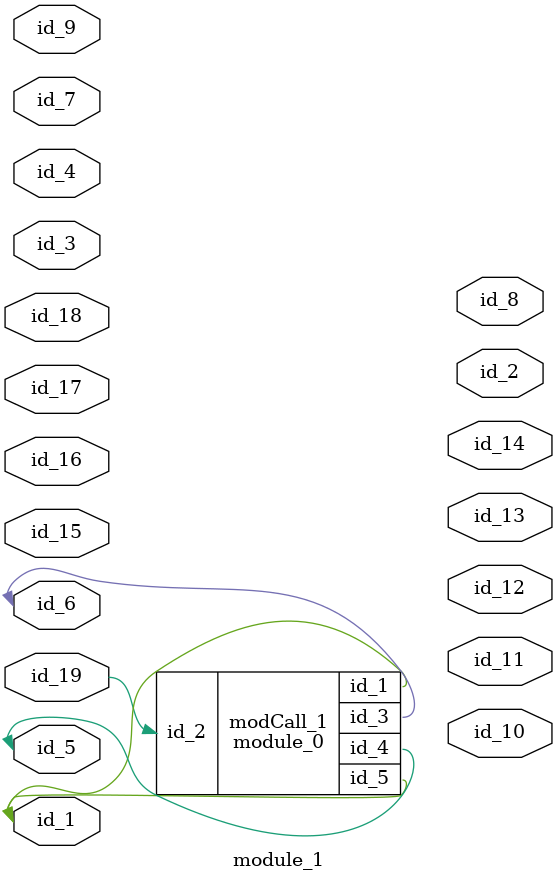
<source format=v>
module module_0 (
    id_1,
    id_2,
    id_3,
    id_4,
    id_5
);
  inout wire id_5;
  output wire id_4;
  output wire id_3;
  input wire id_2;
  inout wire id_1;
  wire id_6;
endmodule
module module_1 (
    id_1,
    id_2,
    id_3,
    id_4,
    id_5,
    id_6,
    id_7,
    id_8,
    id_9,
    id_10,
    id_11,
    id_12,
    id_13,
    id_14,
    id_15,
    id_16,
    id_17,
    id_18,
    id_19
);
  inout wire id_19;
  inout wire id_18;
  inout wire id_17;
  input wire id_16;
  inout wire id_15;
  output wire id_14;
  output wire id_13;
  output wire id_12;
  output wire id_11;
  output wire id_10;
  input wire id_9;
  output wire id_8;
  inout wire id_7;
  inout wire id_6;
  inout wire id_5;
  input wire id_4;
  module_0 modCall_1 (
      id_1,
      id_19,
      id_6,
      id_5,
      id_1
  );
  inout wire id_3;
  output wire id_2;
  inout wire id_1;
  wire id_20;
endmodule

</source>
